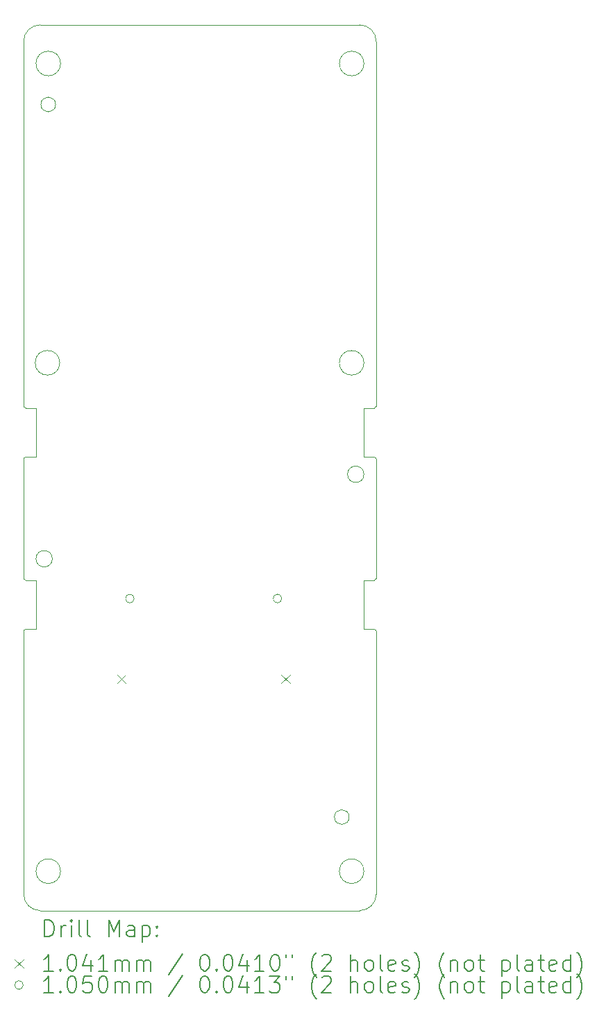
<source format=gbr>
%TF.GenerationSoftware,KiCad,Pcbnew,8.0.1*%
%TF.CreationDate,2024-04-14T23:13:40-04:00*%
%TF.ProjectId,Bird3Controller,42697264-3343-46f6-9e74-726f6c6c6572,rev?*%
%TF.SameCoordinates,Original*%
%TF.FileFunction,Drillmap*%
%TF.FilePolarity,Positive*%
%FSLAX45Y45*%
G04 Gerber Fmt 4.5, Leading zero omitted, Abs format (unit mm)*
G04 Created by KiCad (PCBNEW 8.0.1) date 2024-04-14 23:13:40*
%MOMM*%
%LPD*%
G01*
G04 APERTURE LIST*
%ADD10C,0.100000*%
%ADD11C,0.200000*%
%ADD12C,0.104140*%
%ADD13C,0.105000*%
G04 APERTURE END LIST*
D10*
X16050000Y-8845000D02*
X16050000Y-4400000D01*
X16490000Y-8320000D02*
G75*
G02*
X16190000Y-8320000I-150000J0D01*
G01*
X16190000Y-8320000D02*
G75*
G02*
X16490000Y-8320000I150000J0D01*
G01*
X20150000Y-4200000D02*
X16250000Y-4200000D01*
X20020000Y-13860000D02*
G75*
G02*
X19840000Y-13860000I-90000J0D01*
G01*
X19840000Y-13860000D02*
G75*
G02*
X20020000Y-13860000I90000J0D01*
G01*
X16050000Y-4400000D02*
G75*
G02*
X16250000Y-4200000I200000J0D01*
G01*
X16050000Y-14800000D02*
X16050000Y-11595000D01*
X20150000Y-4200000D02*
G75*
G02*
X20350000Y-4400000I0J-200000D01*
G01*
X20350000Y-11595000D02*
X20350000Y-14800000D01*
X20350000Y-4400000D02*
X20350000Y-8845000D01*
X20350000Y-14800000D02*
G75*
G02*
X20150000Y-15000000I-200000J0D01*
G01*
X16500000Y-14520000D02*
G75*
G02*
X16200000Y-14520000I-150000J0D01*
G01*
X16200000Y-14520000D02*
G75*
G02*
X16500000Y-14520000I150000J0D01*
G01*
X20150000Y-15000000D02*
X16250000Y-15000000D01*
X16440000Y-5170000D02*
G75*
G02*
X16260000Y-5170000I-90000J0D01*
G01*
X16260000Y-5170000D02*
G75*
G02*
X16440000Y-5170000I90000J0D01*
G01*
X16050000Y-10945000D02*
X16050000Y-9495000D01*
X16250000Y-15000000D02*
G75*
G02*
X16050000Y-14800000I0J200000D01*
G01*
X20200000Y-4670000D02*
G75*
G02*
X19900000Y-4670000I-150000J0D01*
G01*
X19900000Y-4670000D02*
G75*
G02*
X20200000Y-4670000I150000J0D01*
G01*
X20350000Y-9495000D02*
X20350000Y-10945000D01*
X20200000Y-14520000D02*
G75*
G02*
X19900000Y-14520000I-150000J0D01*
G01*
X19900000Y-14520000D02*
G75*
G02*
X20200000Y-14520000I150000J0D01*
G01*
X20200000Y-8320000D02*
G75*
G02*
X19900000Y-8320000I-150000J0D01*
G01*
X19900000Y-8320000D02*
G75*
G02*
X20200000Y-8320000I150000J0D01*
G01*
X16500000Y-4670000D02*
G75*
G02*
X16200000Y-4670000I-150000J0D01*
G01*
X16200000Y-4670000D02*
G75*
G02*
X16500000Y-4670000I150000J0D01*
G01*
X16075000Y-9470000D02*
X16200000Y-9470000D01*
X16075000Y-11570000D02*
X16200000Y-11570000D01*
X16200000Y-8870000D02*
X16075000Y-8870000D01*
X16200000Y-9470000D02*
X16200000Y-8870000D01*
X16200000Y-10970000D02*
X16075000Y-10970000D01*
X16200000Y-11570000D02*
X16200000Y-10970000D01*
X20200000Y-8870000D02*
X20200000Y-9470000D01*
X20200000Y-9470000D02*
X20325000Y-9470000D01*
X20200000Y-10970000D02*
X20200000Y-11570000D01*
X20200000Y-11570000D02*
X20325000Y-11570000D01*
X20325000Y-8870000D02*
X20200000Y-8870000D01*
X20325000Y-10970000D02*
X20200000Y-10970000D01*
X16050000Y-9495000D02*
G75*
G02*
X16075000Y-9470000I25000J0D01*
G01*
X16050000Y-11595000D02*
G75*
G02*
X16075000Y-11570000I25000J0D01*
G01*
X16075000Y-8870000D02*
G75*
G02*
X16050000Y-8845000I0J25000D01*
G01*
X16075000Y-10970000D02*
G75*
G02*
X16050000Y-10945000I0J25000D01*
G01*
X20325000Y-9470000D02*
G75*
G02*
X20350000Y-9495000I0J-25000D01*
G01*
X20325000Y-11570000D02*
G75*
G02*
X20350000Y-11595000I0J-25000D01*
G01*
X20350000Y-8845000D02*
G75*
G02*
X20325000Y-8870000I-25000J0D01*
G01*
X20350000Y-10945000D02*
G75*
G02*
X20325000Y-10970000I-25000J0D01*
G01*
X16400000Y-10710000D02*
G75*
G02*
X16200000Y-10710000I-100000J0D01*
G01*
X16200000Y-10710000D02*
G75*
G02*
X16400000Y-10710000I100000J0D01*
G01*
X20200000Y-9680000D02*
G75*
G02*
X20000000Y-9680000I-100000J0D01*
G01*
X20000000Y-9680000D02*
G75*
G02*
X20200000Y-9680000I100000J0D01*
G01*
D11*
D12*
X17192930Y-12124930D02*
X17297070Y-12229070D01*
X17297070Y-12124930D02*
X17192930Y-12229070D01*
X19192930Y-12124930D02*
X19297070Y-12229070D01*
X19297070Y-12124930D02*
X19192930Y-12229070D01*
D13*
X17397500Y-11195000D02*
G75*
G02*
X17292500Y-11195000I-52500J0D01*
G01*
X17292500Y-11195000D02*
G75*
G02*
X17397500Y-11195000I52500J0D01*
G01*
X19197500Y-11195000D02*
G75*
G02*
X19092500Y-11195000I-52500J0D01*
G01*
X19092500Y-11195000D02*
G75*
G02*
X19197500Y-11195000I52500J0D01*
G01*
D11*
X16305777Y-15316484D02*
X16305777Y-15116484D01*
X16305777Y-15116484D02*
X16353396Y-15116484D01*
X16353396Y-15116484D02*
X16381967Y-15126008D01*
X16381967Y-15126008D02*
X16401015Y-15145055D01*
X16401015Y-15145055D02*
X16410539Y-15164103D01*
X16410539Y-15164103D02*
X16420062Y-15202198D01*
X16420062Y-15202198D02*
X16420062Y-15230769D01*
X16420062Y-15230769D02*
X16410539Y-15268865D01*
X16410539Y-15268865D02*
X16401015Y-15287912D01*
X16401015Y-15287912D02*
X16381967Y-15306960D01*
X16381967Y-15306960D02*
X16353396Y-15316484D01*
X16353396Y-15316484D02*
X16305777Y-15316484D01*
X16505777Y-15316484D02*
X16505777Y-15183150D01*
X16505777Y-15221246D02*
X16515301Y-15202198D01*
X16515301Y-15202198D02*
X16524824Y-15192674D01*
X16524824Y-15192674D02*
X16543872Y-15183150D01*
X16543872Y-15183150D02*
X16562920Y-15183150D01*
X16629586Y-15316484D02*
X16629586Y-15183150D01*
X16629586Y-15116484D02*
X16620062Y-15126008D01*
X16620062Y-15126008D02*
X16629586Y-15135531D01*
X16629586Y-15135531D02*
X16639110Y-15126008D01*
X16639110Y-15126008D02*
X16629586Y-15116484D01*
X16629586Y-15116484D02*
X16629586Y-15135531D01*
X16753396Y-15316484D02*
X16734348Y-15306960D01*
X16734348Y-15306960D02*
X16724824Y-15287912D01*
X16724824Y-15287912D02*
X16724824Y-15116484D01*
X16858158Y-15316484D02*
X16839110Y-15306960D01*
X16839110Y-15306960D02*
X16829586Y-15287912D01*
X16829586Y-15287912D02*
X16829586Y-15116484D01*
X17086729Y-15316484D02*
X17086729Y-15116484D01*
X17086729Y-15116484D02*
X17153396Y-15259341D01*
X17153396Y-15259341D02*
X17220063Y-15116484D01*
X17220063Y-15116484D02*
X17220063Y-15316484D01*
X17401015Y-15316484D02*
X17401015Y-15211722D01*
X17401015Y-15211722D02*
X17391491Y-15192674D01*
X17391491Y-15192674D02*
X17372444Y-15183150D01*
X17372444Y-15183150D02*
X17334348Y-15183150D01*
X17334348Y-15183150D02*
X17315301Y-15192674D01*
X17401015Y-15306960D02*
X17381967Y-15316484D01*
X17381967Y-15316484D02*
X17334348Y-15316484D01*
X17334348Y-15316484D02*
X17315301Y-15306960D01*
X17315301Y-15306960D02*
X17305777Y-15287912D01*
X17305777Y-15287912D02*
X17305777Y-15268865D01*
X17305777Y-15268865D02*
X17315301Y-15249817D01*
X17315301Y-15249817D02*
X17334348Y-15240293D01*
X17334348Y-15240293D02*
X17381967Y-15240293D01*
X17381967Y-15240293D02*
X17401015Y-15230769D01*
X17496253Y-15183150D02*
X17496253Y-15383150D01*
X17496253Y-15192674D02*
X17515301Y-15183150D01*
X17515301Y-15183150D02*
X17553396Y-15183150D01*
X17553396Y-15183150D02*
X17572444Y-15192674D01*
X17572444Y-15192674D02*
X17581967Y-15202198D01*
X17581967Y-15202198D02*
X17591491Y-15221246D01*
X17591491Y-15221246D02*
X17591491Y-15278388D01*
X17591491Y-15278388D02*
X17581967Y-15297436D01*
X17581967Y-15297436D02*
X17572444Y-15306960D01*
X17572444Y-15306960D02*
X17553396Y-15316484D01*
X17553396Y-15316484D02*
X17515301Y-15316484D01*
X17515301Y-15316484D02*
X17496253Y-15306960D01*
X17677205Y-15297436D02*
X17686729Y-15306960D01*
X17686729Y-15306960D02*
X17677205Y-15316484D01*
X17677205Y-15316484D02*
X17667682Y-15306960D01*
X17667682Y-15306960D02*
X17677205Y-15297436D01*
X17677205Y-15297436D02*
X17677205Y-15316484D01*
X17677205Y-15192674D02*
X17686729Y-15202198D01*
X17686729Y-15202198D02*
X17677205Y-15211722D01*
X17677205Y-15211722D02*
X17667682Y-15202198D01*
X17667682Y-15202198D02*
X17677205Y-15192674D01*
X17677205Y-15192674D02*
X17677205Y-15211722D01*
D12*
X15940860Y-15592930D02*
X16045000Y-15697070D01*
X16045000Y-15592930D02*
X15940860Y-15697070D01*
D11*
X16410539Y-15736484D02*
X16296253Y-15736484D01*
X16353396Y-15736484D02*
X16353396Y-15536484D01*
X16353396Y-15536484D02*
X16334348Y-15565055D01*
X16334348Y-15565055D02*
X16315301Y-15584103D01*
X16315301Y-15584103D02*
X16296253Y-15593627D01*
X16496253Y-15717436D02*
X16505777Y-15726960D01*
X16505777Y-15726960D02*
X16496253Y-15736484D01*
X16496253Y-15736484D02*
X16486729Y-15726960D01*
X16486729Y-15726960D02*
X16496253Y-15717436D01*
X16496253Y-15717436D02*
X16496253Y-15736484D01*
X16629586Y-15536484D02*
X16648634Y-15536484D01*
X16648634Y-15536484D02*
X16667682Y-15546008D01*
X16667682Y-15546008D02*
X16677205Y-15555531D01*
X16677205Y-15555531D02*
X16686729Y-15574579D01*
X16686729Y-15574579D02*
X16696253Y-15612674D01*
X16696253Y-15612674D02*
X16696253Y-15660293D01*
X16696253Y-15660293D02*
X16686729Y-15698388D01*
X16686729Y-15698388D02*
X16677205Y-15717436D01*
X16677205Y-15717436D02*
X16667682Y-15726960D01*
X16667682Y-15726960D02*
X16648634Y-15736484D01*
X16648634Y-15736484D02*
X16629586Y-15736484D01*
X16629586Y-15736484D02*
X16610539Y-15726960D01*
X16610539Y-15726960D02*
X16601015Y-15717436D01*
X16601015Y-15717436D02*
X16591491Y-15698388D01*
X16591491Y-15698388D02*
X16581967Y-15660293D01*
X16581967Y-15660293D02*
X16581967Y-15612674D01*
X16581967Y-15612674D02*
X16591491Y-15574579D01*
X16591491Y-15574579D02*
X16601015Y-15555531D01*
X16601015Y-15555531D02*
X16610539Y-15546008D01*
X16610539Y-15546008D02*
X16629586Y-15536484D01*
X16867682Y-15603150D02*
X16867682Y-15736484D01*
X16820063Y-15526960D02*
X16772443Y-15669817D01*
X16772443Y-15669817D02*
X16896253Y-15669817D01*
X17077205Y-15736484D02*
X16962920Y-15736484D01*
X17020063Y-15736484D02*
X17020063Y-15536484D01*
X17020063Y-15536484D02*
X17001015Y-15565055D01*
X17001015Y-15565055D02*
X16981967Y-15584103D01*
X16981967Y-15584103D02*
X16962920Y-15593627D01*
X17162920Y-15736484D02*
X17162920Y-15603150D01*
X17162920Y-15622198D02*
X17172444Y-15612674D01*
X17172444Y-15612674D02*
X17191491Y-15603150D01*
X17191491Y-15603150D02*
X17220063Y-15603150D01*
X17220063Y-15603150D02*
X17239110Y-15612674D01*
X17239110Y-15612674D02*
X17248634Y-15631722D01*
X17248634Y-15631722D02*
X17248634Y-15736484D01*
X17248634Y-15631722D02*
X17258158Y-15612674D01*
X17258158Y-15612674D02*
X17277205Y-15603150D01*
X17277205Y-15603150D02*
X17305777Y-15603150D01*
X17305777Y-15603150D02*
X17324825Y-15612674D01*
X17324825Y-15612674D02*
X17334348Y-15631722D01*
X17334348Y-15631722D02*
X17334348Y-15736484D01*
X17429586Y-15736484D02*
X17429586Y-15603150D01*
X17429586Y-15622198D02*
X17439110Y-15612674D01*
X17439110Y-15612674D02*
X17458158Y-15603150D01*
X17458158Y-15603150D02*
X17486729Y-15603150D01*
X17486729Y-15603150D02*
X17505777Y-15612674D01*
X17505777Y-15612674D02*
X17515301Y-15631722D01*
X17515301Y-15631722D02*
X17515301Y-15736484D01*
X17515301Y-15631722D02*
X17524825Y-15612674D01*
X17524825Y-15612674D02*
X17543872Y-15603150D01*
X17543872Y-15603150D02*
X17572444Y-15603150D01*
X17572444Y-15603150D02*
X17591491Y-15612674D01*
X17591491Y-15612674D02*
X17601015Y-15631722D01*
X17601015Y-15631722D02*
X17601015Y-15736484D01*
X17991491Y-15526960D02*
X17820063Y-15784103D01*
X18248634Y-15536484D02*
X18267682Y-15536484D01*
X18267682Y-15536484D02*
X18286729Y-15546008D01*
X18286729Y-15546008D02*
X18296253Y-15555531D01*
X18296253Y-15555531D02*
X18305777Y-15574579D01*
X18305777Y-15574579D02*
X18315301Y-15612674D01*
X18315301Y-15612674D02*
X18315301Y-15660293D01*
X18315301Y-15660293D02*
X18305777Y-15698388D01*
X18305777Y-15698388D02*
X18296253Y-15717436D01*
X18296253Y-15717436D02*
X18286729Y-15726960D01*
X18286729Y-15726960D02*
X18267682Y-15736484D01*
X18267682Y-15736484D02*
X18248634Y-15736484D01*
X18248634Y-15736484D02*
X18229587Y-15726960D01*
X18229587Y-15726960D02*
X18220063Y-15717436D01*
X18220063Y-15717436D02*
X18210539Y-15698388D01*
X18210539Y-15698388D02*
X18201015Y-15660293D01*
X18201015Y-15660293D02*
X18201015Y-15612674D01*
X18201015Y-15612674D02*
X18210539Y-15574579D01*
X18210539Y-15574579D02*
X18220063Y-15555531D01*
X18220063Y-15555531D02*
X18229587Y-15546008D01*
X18229587Y-15546008D02*
X18248634Y-15536484D01*
X18401015Y-15717436D02*
X18410539Y-15726960D01*
X18410539Y-15726960D02*
X18401015Y-15736484D01*
X18401015Y-15736484D02*
X18391491Y-15726960D01*
X18391491Y-15726960D02*
X18401015Y-15717436D01*
X18401015Y-15717436D02*
X18401015Y-15736484D01*
X18534348Y-15536484D02*
X18553396Y-15536484D01*
X18553396Y-15536484D02*
X18572444Y-15546008D01*
X18572444Y-15546008D02*
X18581968Y-15555531D01*
X18581968Y-15555531D02*
X18591491Y-15574579D01*
X18591491Y-15574579D02*
X18601015Y-15612674D01*
X18601015Y-15612674D02*
X18601015Y-15660293D01*
X18601015Y-15660293D02*
X18591491Y-15698388D01*
X18591491Y-15698388D02*
X18581968Y-15717436D01*
X18581968Y-15717436D02*
X18572444Y-15726960D01*
X18572444Y-15726960D02*
X18553396Y-15736484D01*
X18553396Y-15736484D02*
X18534348Y-15736484D01*
X18534348Y-15736484D02*
X18515301Y-15726960D01*
X18515301Y-15726960D02*
X18505777Y-15717436D01*
X18505777Y-15717436D02*
X18496253Y-15698388D01*
X18496253Y-15698388D02*
X18486729Y-15660293D01*
X18486729Y-15660293D02*
X18486729Y-15612674D01*
X18486729Y-15612674D02*
X18496253Y-15574579D01*
X18496253Y-15574579D02*
X18505777Y-15555531D01*
X18505777Y-15555531D02*
X18515301Y-15546008D01*
X18515301Y-15546008D02*
X18534348Y-15536484D01*
X18772444Y-15603150D02*
X18772444Y-15736484D01*
X18724825Y-15526960D02*
X18677206Y-15669817D01*
X18677206Y-15669817D02*
X18801015Y-15669817D01*
X18981968Y-15736484D02*
X18867682Y-15736484D01*
X18924825Y-15736484D02*
X18924825Y-15536484D01*
X18924825Y-15536484D02*
X18905777Y-15565055D01*
X18905777Y-15565055D02*
X18886729Y-15584103D01*
X18886729Y-15584103D02*
X18867682Y-15593627D01*
X19105777Y-15536484D02*
X19124825Y-15536484D01*
X19124825Y-15536484D02*
X19143872Y-15546008D01*
X19143872Y-15546008D02*
X19153396Y-15555531D01*
X19153396Y-15555531D02*
X19162920Y-15574579D01*
X19162920Y-15574579D02*
X19172444Y-15612674D01*
X19172444Y-15612674D02*
X19172444Y-15660293D01*
X19172444Y-15660293D02*
X19162920Y-15698388D01*
X19162920Y-15698388D02*
X19153396Y-15717436D01*
X19153396Y-15717436D02*
X19143872Y-15726960D01*
X19143872Y-15726960D02*
X19124825Y-15736484D01*
X19124825Y-15736484D02*
X19105777Y-15736484D01*
X19105777Y-15736484D02*
X19086729Y-15726960D01*
X19086729Y-15726960D02*
X19077206Y-15717436D01*
X19077206Y-15717436D02*
X19067682Y-15698388D01*
X19067682Y-15698388D02*
X19058158Y-15660293D01*
X19058158Y-15660293D02*
X19058158Y-15612674D01*
X19058158Y-15612674D02*
X19067682Y-15574579D01*
X19067682Y-15574579D02*
X19077206Y-15555531D01*
X19077206Y-15555531D02*
X19086729Y-15546008D01*
X19086729Y-15546008D02*
X19105777Y-15536484D01*
X19248634Y-15536484D02*
X19248634Y-15574579D01*
X19324825Y-15536484D02*
X19324825Y-15574579D01*
X19620063Y-15812674D02*
X19610539Y-15803150D01*
X19610539Y-15803150D02*
X19591491Y-15774579D01*
X19591491Y-15774579D02*
X19581968Y-15755531D01*
X19581968Y-15755531D02*
X19572444Y-15726960D01*
X19572444Y-15726960D02*
X19562920Y-15679341D01*
X19562920Y-15679341D02*
X19562920Y-15641246D01*
X19562920Y-15641246D02*
X19572444Y-15593627D01*
X19572444Y-15593627D02*
X19581968Y-15565055D01*
X19581968Y-15565055D02*
X19591491Y-15546008D01*
X19591491Y-15546008D02*
X19610539Y-15517436D01*
X19610539Y-15517436D02*
X19620063Y-15507912D01*
X19686730Y-15555531D02*
X19696253Y-15546008D01*
X19696253Y-15546008D02*
X19715301Y-15536484D01*
X19715301Y-15536484D02*
X19762920Y-15536484D01*
X19762920Y-15536484D02*
X19781968Y-15546008D01*
X19781968Y-15546008D02*
X19791491Y-15555531D01*
X19791491Y-15555531D02*
X19801015Y-15574579D01*
X19801015Y-15574579D02*
X19801015Y-15593627D01*
X19801015Y-15593627D02*
X19791491Y-15622198D01*
X19791491Y-15622198D02*
X19677206Y-15736484D01*
X19677206Y-15736484D02*
X19801015Y-15736484D01*
X20039111Y-15736484D02*
X20039111Y-15536484D01*
X20124825Y-15736484D02*
X20124825Y-15631722D01*
X20124825Y-15631722D02*
X20115301Y-15612674D01*
X20115301Y-15612674D02*
X20096253Y-15603150D01*
X20096253Y-15603150D02*
X20067682Y-15603150D01*
X20067682Y-15603150D02*
X20048634Y-15612674D01*
X20048634Y-15612674D02*
X20039111Y-15622198D01*
X20248634Y-15736484D02*
X20229587Y-15726960D01*
X20229587Y-15726960D02*
X20220063Y-15717436D01*
X20220063Y-15717436D02*
X20210539Y-15698388D01*
X20210539Y-15698388D02*
X20210539Y-15641246D01*
X20210539Y-15641246D02*
X20220063Y-15622198D01*
X20220063Y-15622198D02*
X20229587Y-15612674D01*
X20229587Y-15612674D02*
X20248634Y-15603150D01*
X20248634Y-15603150D02*
X20277206Y-15603150D01*
X20277206Y-15603150D02*
X20296253Y-15612674D01*
X20296253Y-15612674D02*
X20305777Y-15622198D01*
X20305777Y-15622198D02*
X20315301Y-15641246D01*
X20315301Y-15641246D02*
X20315301Y-15698388D01*
X20315301Y-15698388D02*
X20305777Y-15717436D01*
X20305777Y-15717436D02*
X20296253Y-15726960D01*
X20296253Y-15726960D02*
X20277206Y-15736484D01*
X20277206Y-15736484D02*
X20248634Y-15736484D01*
X20429587Y-15736484D02*
X20410539Y-15726960D01*
X20410539Y-15726960D02*
X20401015Y-15707912D01*
X20401015Y-15707912D02*
X20401015Y-15536484D01*
X20581968Y-15726960D02*
X20562920Y-15736484D01*
X20562920Y-15736484D02*
X20524825Y-15736484D01*
X20524825Y-15736484D02*
X20505777Y-15726960D01*
X20505777Y-15726960D02*
X20496253Y-15707912D01*
X20496253Y-15707912D02*
X20496253Y-15631722D01*
X20496253Y-15631722D02*
X20505777Y-15612674D01*
X20505777Y-15612674D02*
X20524825Y-15603150D01*
X20524825Y-15603150D02*
X20562920Y-15603150D01*
X20562920Y-15603150D02*
X20581968Y-15612674D01*
X20581968Y-15612674D02*
X20591492Y-15631722D01*
X20591492Y-15631722D02*
X20591492Y-15650769D01*
X20591492Y-15650769D02*
X20496253Y-15669817D01*
X20667682Y-15726960D02*
X20686730Y-15736484D01*
X20686730Y-15736484D02*
X20724825Y-15736484D01*
X20724825Y-15736484D02*
X20743873Y-15726960D01*
X20743873Y-15726960D02*
X20753396Y-15707912D01*
X20753396Y-15707912D02*
X20753396Y-15698388D01*
X20753396Y-15698388D02*
X20743873Y-15679341D01*
X20743873Y-15679341D02*
X20724825Y-15669817D01*
X20724825Y-15669817D02*
X20696253Y-15669817D01*
X20696253Y-15669817D02*
X20677206Y-15660293D01*
X20677206Y-15660293D02*
X20667682Y-15641246D01*
X20667682Y-15641246D02*
X20667682Y-15631722D01*
X20667682Y-15631722D02*
X20677206Y-15612674D01*
X20677206Y-15612674D02*
X20696253Y-15603150D01*
X20696253Y-15603150D02*
X20724825Y-15603150D01*
X20724825Y-15603150D02*
X20743873Y-15612674D01*
X20820063Y-15812674D02*
X20829587Y-15803150D01*
X20829587Y-15803150D02*
X20848634Y-15774579D01*
X20848634Y-15774579D02*
X20858158Y-15755531D01*
X20858158Y-15755531D02*
X20867682Y-15726960D01*
X20867682Y-15726960D02*
X20877206Y-15679341D01*
X20877206Y-15679341D02*
X20877206Y-15641246D01*
X20877206Y-15641246D02*
X20867682Y-15593627D01*
X20867682Y-15593627D02*
X20858158Y-15565055D01*
X20858158Y-15565055D02*
X20848634Y-15546008D01*
X20848634Y-15546008D02*
X20829587Y-15517436D01*
X20829587Y-15517436D02*
X20820063Y-15507912D01*
X21181968Y-15812674D02*
X21172444Y-15803150D01*
X21172444Y-15803150D02*
X21153396Y-15774579D01*
X21153396Y-15774579D02*
X21143873Y-15755531D01*
X21143873Y-15755531D02*
X21134349Y-15726960D01*
X21134349Y-15726960D02*
X21124825Y-15679341D01*
X21124825Y-15679341D02*
X21124825Y-15641246D01*
X21124825Y-15641246D02*
X21134349Y-15593627D01*
X21134349Y-15593627D02*
X21143873Y-15565055D01*
X21143873Y-15565055D02*
X21153396Y-15546008D01*
X21153396Y-15546008D02*
X21172444Y-15517436D01*
X21172444Y-15517436D02*
X21181968Y-15507912D01*
X21258158Y-15603150D02*
X21258158Y-15736484D01*
X21258158Y-15622198D02*
X21267682Y-15612674D01*
X21267682Y-15612674D02*
X21286730Y-15603150D01*
X21286730Y-15603150D02*
X21315301Y-15603150D01*
X21315301Y-15603150D02*
X21334349Y-15612674D01*
X21334349Y-15612674D02*
X21343873Y-15631722D01*
X21343873Y-15631722D02*
X21343873Y-15736484D01*
X21467682Y-15736484D02*
X21448634Y-15726960D01*
X21448634Y-15726960D02*
X21439111Y-15717436D01*
X21439111Y-15717436D02*
X21429587Y-15698388D01*
X21429587Y-15698388D02*
X21429587Y-15641246D01*
X21429587Y-15641246D02*
X21439111Y-15622198D01*
X21439111Y-15622198D02*
X21448634Y-15612674D01*
X21448634Y-15612674D02*
X21467682Y-15603150D01*
X21467682Y-15603150D02*
X21496254Y-15603150D01*
X21496254Y-15603150D02*
X21515301Y-15612674D01*
X21515301Y-15612674D02*
X21524825Y-15622198D01*
X21524825Y-15622198D02*
X21534349Y-15641246D01*
X21534349Y-15641246D02*
X21534349Y-15698388D01*
X21534349Y-15698388D02*
X21524825Y-15717436D01*
X21524825Y-15717436D02*
X21515301Y-15726960D01*
X21515301Y-15726960D02*
X21496254Y-15736484D01*
X21496254Y-15736484D02*
X21467682Y-15736484D01*
X21591492Y-15603150D02*
X21667682Y-15603150D01*
X21620063Y-15536484D02*
X21620063Y-15707912D01*
X21620063Y-15707912D02*
X21629587Y-15726960D01*
X21629587Y-15726960D02*
X21648634Y-15736484D01*
X21648634Y-15736484D02*
X21667682Y-15736484D01*
X21886730Y-15603150D02*
X21886730Y-15803150D01*
X21886730Y-15612674D02*
X21905777Y-15603150D01*
X21905777Y-15603150D02*
X21943873Y-15603150D01*
X21943873Y-15603150D02*
X21962920Y-15612674D01*
X21962920Y-15612674D02*
X21972444Y-15622198D01*
X21972444Y-15622198D02*
X21981968Y-15641246D01*
X21981968Y-15641246D02*
X21981968Y-15698388D01*
X21981968Y-15698388D02*
X21972444Y-15717436D01*
X21972444Y-15717436D02*
X21962920Y-15726960D01*
X21962920Y-15726960D02*
X21943873Y-15736484D01*
X21943873Y-15736484D02*
X21905777Y-15736484D01*
X21905777Y-15736484D02*
X21886730Y-15726960D01*
X22096254Y-15736484D02*
X22077206Y-15726960D01*
X22077206Y-15726960D02*
X22067682Y-15707912D01*
X22067682Y-15707912D02*
X22067682Y-15536484D01*
X22258158Y-15736484D02*
X22258158Y-15631722D01*
X22258158Y-15631722D02*
X22248635Y-15612674D01*
X22248635Y-15612674D02*
X22229587Y-15603150D01*
X22229587Y-15603150D02*
X22191492Y-15603150D01*
X22191492Y-15603150D02*
X22172444Y-15612674D01*
X22258158Y-15726960D02*
X22239111Y-15736484D01*
X22239111Y-15736484D02*
X22191492Y-15736484D01*
X22191492Y-15736484D02*
X22172444Y-15726960D01*
X22172444Y-15726960D02*
X22162920Y-15707912D01*
X22162920Y-15707912D02*
X22162920Y-15688865D01*
X22162920Y-15688865D02*
X22172444Y-15669817D01*
X22172444Y-15669817D02*
X22191492Y-15660293D01*
X22191492Y-15660293D02*
X22239111Y-15660293D01*
X22239111Y-15660293D02*
X22258158Y-15650769D01*
X22324825Y-15603150D02*
X22401015Y-15603150D01*
X22353396Y-15536484D02*
X22353396Y-15707912D01*
X22353396Y-15707912D02*
X22362920Y-15726960D01*
X22362920Y-15726960D02*
X22381968Y-15736484D01*
X22381968Y-15736484D02*
X22401015Y-15736484D01*
X22543873Y-15726960D02*
X22524825Y-15736484D01*
X22524825Y-15736484D02*
X22486730Y-15736484D01*
X22486730Y-15736484D02*
X22467682Y-15726960D01*
X22467682Y-15726960D02*
X22458158Y-15707912D01*
X22458158Y-15707912D02*
X22458158Y-15631722D01*
X22458158Y-15631722D02*
X22467682Y-15612674D01*
X22467682Y-15612674D02*
X22486730Y-15603150D01*
X22486730Y-15603150D02*
X22524825Y-15603150D01*
X22524825Y-15603150D02*
X22543873Y-15612674D01*
X22543873Y-15612674D02*
X22553396Y-15631722D01*
X22553396Y-15631722D02*
X22553396Y-15650769D01*
X22553396Y-15650769D02*
X22458158Y-15669817D01*
X22724825Y-15736484D02*
X22724825Y-15536484D01*
X22724825Y-15726960D02*
X22705777Y-15736484D01*
X22705777Y-15736484D02*
X22667682Y-15736484D01*
X22667682Y-15736484D02*
X22648634Y-15726960D01*
X22648634Y-15726960D02*
X22639111Y-15717436D01*
X22639111Y-15717436D02*
X22629587Y-15698388D01*
X22629587Y-15698388D02*
X22629587Y-15641246D01*
X22629587Y-15641246D02*
X22639111Y-15622198D01*
X22639111Y-15622198D02*
X22648634Y-15612674D01*
X22648634Y-15612674D02*
X22667682Y-15603150D01*
X22667682Y-15603150D02*
X22705777Y-15603150D01*
X22705777Y-15603150D02*
X22724825Y-15612674D01*
X22801015Y-15812674D02*
X22810539Y-15803150D01*
X22810539Y-15803150D02*
X22829587Y-15774579D01*
X22829587Y-15774579D02*
X22839111Y-15755531D01*
X22839111Y-15755531D02*
X22848634Y-15726960D01*
X22848634Y-15726960D02*
X22858158Y-15679341D01*
X22858158Y-15679341D02*
X22858158Y-15641246D01*
X22858158Y-15641246D02*
X22848634Y-15593627D01*
X22848634Y-15593627D02*
X22839111Y-15565055D01*
X22839111Y-15565055D02*
X22829587Y-15546008D01*
X22829587Y-15546008D02*
X22810539Y-15517436D01*
X22810539Y-15517436D02*
X22801015Y-15507912D01*
D13*
X16045000Y-15909000D02*
G75*
G02*
X15940000Y-15909000I-52500J0D01*
G01*
X15940000Y-15909000D02*
G75*
G02*
X16045000Y-15909000I52500J0D01*
G01*
D11*
X16410539Y-16000484D02*
X16296253Y-16000484D01*
X16353396Y-16000484D02*
X16353396Y-15800484D01*
X16353396Y-15800484D02*
X16334348Y-15829055D01*
X16334348Y-15829055D02*
X16315301Y-15848103D01*
X16315301Y-15848103D02*
X16296253Y-15857627D01*
X16496253Y-15981436D02*
X16505777Y-15990960D01*
X16505777Y-15990960D02*
X16496253Y-16000484D01*
X16496253Y-16000484D02*
X16486729Y-15990960D01*
X16486729Y-15990960D02*
X16496253Y-15981436D01*
X16496253Y-15981436D02*
X16496253Y-16000484D01*
X16629586Y-15800484D02*
X16648634Y-15800484D01*
X16648634Y-15800484D02*
X16667682Y-15810008D01*
X16667682Y-15810008D02*
X16677205Y-15819531D01*
X16677205Y-15819531D02*
X16686729Y-15838579D01*
X16686729Y-15838579D02*
X16696253Y-15876674D01*
X16696253Y-15876674D02*
X16696253Y-15924293D01*
X16696253Y-15924293D02*
X16686729Y-15962388D01*
X16686729Y-15962388D02*
X16677205Y-15981436D01*
X16677205Y-15981436D02*
X16667682Y-15990960D01*
X16667682Y-15990960D02*
X16648634Y-16000484D01*
X16648634Y-16000484D02*
X16629586Y-16000484D01*
X16629586Y-16000484D02*
X16610539Y-15990960D01*
X16610539Y-15990960D02*
X16601015Y-15981436D01*
X16601015Y-15981436D02*
X16591491Y-15962388D01*
X16591491Y-15962388D02*
X16581967Y-15924293D01*
X16581967Y-15924293D02*
X16581967Y-15876674D01*
X16581967Y-15876674D02*
X16591491Y-15838579D01*
X16591491Y-15838579D02*
X16601015Y-15819531D01*
X16601015Y-15819531D02*
X16610539Y-15810008D01*
X16610539Y-15810008D02*
X16629586Y-15800484D01*
X16877205Y-15800484D02*
X16781967Y-15800484D01*
X16781967Y-15800484D02*
X16772443Y-15895722D01*
X16772443Y-15895722D02*
X16781967Y-15886198D01*
X16781967Y-15886198D02*
X16801015Y-15876674D01*
X16801015Y-15876674D02*
X16848634Y-15876674D01*
X16848634Y-15876674D02*
X16867682Y-15886198D01*
X16867682Y-15886198D02*
X16877205Y-15895722D01*
X16877205Y-15895722D02*
X16886729Y-15914769D01*
X16886729Y-15914769D02*
X16886729Y-15962388D01*
X16886729Y-15962388D02*
X16877205Y-15981436D01*
X16877205Y-15981436D02*
X16867682Y-15990960D01*
X16867682Y-15990960D02*
X16848634Y-16000484D01*
X16848634Y-16000484D02*
X16801015Y-16000484D01*
X16801015Y-16000484D02*
X16781967Y-15990960D01*
X16781967Y-15990960D02*
X16772443Y-15981436D01*
X17010539Y-15800484D02*
X17029586Y-15800484D01*
X17029586Y-15800484D02*
X17048634Y-15810008D01*
X17048634Y-15810008D02*
X17058158Y-15819531D01*
X17058158Y-15819531D02*
X17067682Y-15838579D01*
X17067682Y-15838579D02*
X17077205Y-15876674D01*
X17077205Y-15876674D02*
X17077205Y-15924293D01*
X17077205Y-15924293D02*
X17067682Y-15962388D01*
X17067682Y-15962388D02*
X17058158Y-15981436D01*
X17058158Y-15981436D02*
X17048634Y-15990960D01*
X17048634Y-15990960D02*
X17029586Y-16000484D01*
X17029586Y-16000484D02*
X17010539Y-16000484D01*
X17010539Y-16000484D02*
X16991491Y-15990960D01*
X16991491Y-15990960D02*
X16981967Y-15981436D01*
X16981967Y-15981436D02*
X16972444Y-15962388D01*
X16972444Y-15962388D02*
X16962920Y-15924293D01*
X16962920Y-15924293D02*
X16962920Y-15876674D01*
X16962920Y-15876674D02*
X16972444Y-15838579D01*
X16972444Y-15838579D02*
X16981967Y-15819531D01*
X16981967Y-15819531D02*
X16991491Y-15810008D01*
X16991491Y-15810008D02*
X17010539Y-15800484D01*
X17162920Y-16000484D02*
X17162920Y-15867150D01*
X17162920Y-15886198D02*
X17172444Y-15876674D01*
X17172444Y-15876674D02*
X17191491Y-15867150D01*
X17191491Y-15867150D02*
X17220063Y-15867150D01*
X17220063Y-15867150D02*
X17239110Y-15876674D01*
X17239110Y-15876674D02*
X17248634Y-15895722D01*
X17248634Y-15895722D02*
X17248634Y-16000484D01*
X17248634Y-15895722D02*
X17258158Y-15876674D01*
X17258158Y-15876674D02*
X17277205Y-15867150D01*
X17277205Y-15867150D02*
X17305777Y-15867150D01*
X17305777Y-15867150D02*
X17324825Y-15876674D01*
X17324825Y-15876674D02*
X17334348Y-15895722D01*
X17334348Y-15895722D02*
X17334348Y-16000484D01*
X17429586Y-16000484D02*
X17429586Y-15867150D01*
X17429586Y-15886198D02*
X17439110Y-15876674D01*
X17439110Y-15876674D02*
X17458158Y-15867150D01*
X17458158Y-15867150D02*
X17486729Y-15867150D01*
X17486729Y-15867150D02*
X17505777Y-15876674D01*
X17505777Y-15876674D02*
X17515301Y-15895722D01*
X17515301Y-15895722D02*
X17515301Y-16000484D01*
X17515301Y-15895722D02*
X17524825Y-15876674D01*
X17524825Y-15876674D02*
X17543872Y-15867150D01*
X17543872Y-15867150D02*
X17572444Y-15867150D01*
X17572444Y-15867150D02*
X17591491Y-15876674D01*
X17591491Y-15876674D02*
X17601015Y-15895722D01*
X17601015Y-15895722D02*
X17601015Y-16000484D01*
X17991491Y-15790960D02*
X17820063Y-16048103D01*
X18248634Y-15800484D02*
X18267682Y-15800484D01*
X18267682Y-15800484D02*
X18286729Y-15810008D01*
X18286729Y-15810008D02*
X18296253Y-15819531D01*
X18296253Y-15819531D02*
X18305777Y-15838579D01*
X18305777Y-15838579D02*
X18315301Y-15876674D01*
X18315301Y-15876674D02*
X18315301Y-15924293D01*
X18315301Y-15924293D02*
X18305777Y-15962388D01*
X18305777Y-15962388D02*
X18296253Y-15981436D01*
X18296253Y-15981436D02*
X18286729Y-15990960D01*
X18286729Y-15990960D02*
X18267682Y-16000484D01*
X18267682Y-16000484D02*
X18248634Y-16000484D01*
X18248634Y-16000484D02*
X18229587Y-15990960D01*
X18229587Y-15990960D02*
X18220063Y-15981436D01*
X18220063Y-15981436D02*
X18210539Y-15962388D01*
X18210539Y-15962388D02*
X18201015Y-15924293D01*
X18201015Y-15924293D02*
X18201015Y-15876674D01*
X18201015Y-15876674D02*
X18210539Y-15838579D01*
X18210539Y-15838579D02*
X18220063Y-15819531D01*
X18220063Y-15819531D02*
X18229587Y-15810008D01*
X18229587Y-15810008D02*
X18248634Y-15800484D01*
X18401015Y-15981436D02*
X18410539Y-15990960D01*
X18410539Y-15990960D02*
X18401015Y-16000484D01*
X18401015Y-16000484D02*
X18391491Y-15990960D01*
X18391491Y-15990960D02*
X18401015Y-15981436D01*
X18401015Y-15981436D02*
X18401015Y-16000484D01*
X18534348Y-15800484D02*
X18553396Y-15800484D01*
X18553396Y-15800484D02*
X18572444Y-15810008D01*
X18572444Y-15810008D02*
X18581968Y-15819531D01*
X18581968Y-15819531D02*
X18591491Y-15838579D01*
X18591491Y-15838579D02*
X18601015Y-15876674D01*
X18601015Y-15876674D02*
X18601015Y-15924293D01*
X18601015Y-15924293D02*
X18591491Y-15962388D01*
X18591491Y-15962388D02*
X18581968Y-15981436D01*
X18581968Y-15981436D02*
X18572444Y-15990960D01*
X18572444Y-15990960D02*
X18553396Y-16000484D01*
X18553396Y-16000484D02*
X18534348Y-16000484D01*
X18534348Y-16000484D02*
X18515301Y-15990960D01*
X18515301Y-15990960D02*
X18505777Y-15981436D01*
X18505777Y-15981436D02*
X18496253Y-15962388D01*
X18496253Y-15962388D02*
X18486729Y-15924293D01*
X18486729Y-15924293D02*
X18486729Y-15876674D01*
X18486729Y-15876674D02*
X18496253Y-15838579D01*
X18496253Y-15838579D02*
X18505777Y-15819531D01*
X18505777Y-15819531D02*
X18515301Y-15810008D01*
X18515301Y-15810008D02*
X18534348Y-15800484D01*
X18772444Y-15867150D02*
X18772444Y-16000484D01*
X18724825Y-15790960D02*
X18677206Y-15933817D01*
X18677206Y-15933817D02*
X18801015Y-15933817D01*
X18981968Y-16000484D02*
X18867682Y-16000484D01*
X18924825Y-16000484D02*
X18924825Y-15800484D01*
X18924825Y-15800484D02*
X18905777Y-15829055D01*
X18905777Y-15829055D02*
X18886729Y-15848103D01*
X18886729Y-15848103D02*
X18867682Y-15857627D01*
X19048634Y-15800484D02*
X19172444Y-15800484D01*
X19172444Y-15800484D02*
X19105777Y-15876674D01*
X19105777Y-15876674D02*
X19134349Y-15876674D01*
X19134349Y-15876674D02*
X19153396Y-15886198D01*
X19153396Y-15886198D02*
X19162920Y-15895722D01*
X19162920Y-15895722D02*
X19172444Y-15914769D01*
X19172444Y-15914769D02*
X19172444Y-15962388D01*
X19172444Y-15962388D02*
X19162920Y-15981436D01*
X19162920Y-15981436D02*
X19153396Y-15990960D01*
X19153396Y-15990960D02*
X19134349Y-16000484D01*
X19134349Y-16000484D02*
X19077206Y-16000484D01*
X19077206Y-16000484D02*
X19058158Y-15990960D01*
X19058158Y-15990960D02*
X19048634Y-15981436D01*
X19248634Y-15800484D02*
X19248634Y-15838579D01*
X19324825Y-15800484D02*
X19324825Y-15838579D01*
X19620063Y-16076674D02*
X19610539Y-16067150D01*
X19610539Y-16067150D02*
X19591491Y-16038579D01*
X19591491Y-16038579D02*
X19581968Y-16019531D01*
X19581968Y-16019531D02*
X19572444Y-15990960D01*
X19572444Y-15990960D02*
X19562920Y-15943341D01*
X19562920Y-15943341D02*
X19562920Y-15905246D01*
X19562920Y-15905246D02*
X19572444Y-15857627D01*
X19572444Y-15857627D02*
X19581968Y-15829055D01*
X19581968Y-15829055D02*
X19591491Y-15810008D01*
X19591491Y-15810008D02*
X19610539Y-15781436D01*
X19610539Y-15781436D02*
X19620063Y-15771912D01*
X19686730Y-15819531D02*
X19696253Y-15810008D01*
X19696253Y-15810008D02*
X19715301Y-15800484D01*
X19715301Y-15800484D02*
X19762920Y-15800484D01*
X19762920Y-15800484D02*
X19781968Y-15810008D01*
X19781968Y-15810008D02*
X19791491Y-15819531D01*
X19791491Y-15819531D02*
X19801015Y-15838579D01*
X19801015Y-15838579D02*
X19801015Y-15857627D01*
X19801015Y-15857627D02*
X19791491Y-15886198D01*
X19791491Y-15886198D02*
X19677206Y-16000484D01*
X19677206Y-16000484D02*
X19801015Y-16000484D01*
X20039111Y-16000484D02*
X20039111Y-15800484D01*
X20124825Y-16000484D02*
X20124825Y-15895722D01*
X20124825Y-15895722D02*
X20115301Y-15876674D01*
X20115301Y-15876674D02*
X20096253Y-15867150D01*
X20096253Y-15867150D02*
X20067682Y-15867150D01*
X20067682Y-15867150D02*
X20048634Y-15876674D01*
X20048634Y-15876674D02*
X20039111Y-15886198D01*
X20248634Y-16000484D02*
X20229587Y-15990960D01*
X20229587Y-15990960D02*
X20220063Y-15981436D01*
X20220063Y-15981436D02*
X20210539Y-15962388D01*
X20210539Y-15962388D02*
X20210539Y-15905246D01*
X20210539Y-15905246D02*
X20220063Y-15886198D01*
X20220063Y-15886198D02*
X20229587Y-15876674D01*
X20229587Y-15876674D02*
X20248634Y-15867150D01*
X20248634Y-15867150D02*
X20277206Y-15867150D01*
X20277206Y-15867150D02*
X20296253Y-15876674D01*
X20296253Y-15876674D02*
X20305777Y-15886198D01*
X20305777Y-15886198D02*
X20315301Y-15905246D01*
X20315301Y-15905246D02*
X20315301Y-15962388D01*
X20315301Y-15962388D02*
X20305777Y-15981436D01*
X20305777Y-15981436D02*
X20296253Y-15990960D01*
X20296253Y-15990960D02*
X20277206Y-16000484D01*
X20277206Y-16000484D02*
X20248634Y-16000484D01*
X20429587Y-16000484D02*
X20410539Y-15990960D01*
X20410539Y-15990960D02*
X20401015Y-15971912D01*
X20401015Y-15971912D02*
X20401015Y-15800484D01*
X20581968Y-15990960D02*
X20562920Y-16000484D01*
X20562920Y-16000484D02*
X20524825Y-16000484D01*
X20524825Y-16000484D02*
X20505777Y-15990960D01*
X20505777Y-15990960D02*
X20496253Y-15971912D01*
X20496253Y-15971912D02*
X20496253Y-15895722D01*
X20496253Y-15895722D02*
X20505777Y-15876674D01*
X20505777Y-15876674D02*
X20524825Y-15867150D01*
X20524825Y-15867150D02*
X20562920Y-15867150D01*
X20562920Y-15867150D02*
X20581968Y-15876674D01*
X20581968Y-15876674D02*
X20591492Y-15895722D01*
X20591492Y-15895722D02*
X20591492Y-15914769D01*
X20591492Y-15914769D02*
X20496253Y-15933817D01*
X20667682Y-15990960D02*
X20686730Y-16000484D01*
X20686730Y-16000484D02*
X20724825Y-16000484D01*
X20724825Y-16000484D02*
X20743873Y-15990960D01*
X20743873Y-15990960D02*
X20753396Y-15971912D01*
X20753396Y-15971912D02*
X20753396Y-15962388D01*
X20753396Y-15962388D02*
X20743873Y-15943341D01*
X20743873Y-15943341D02*
X20724825Y-15933817D01*
X20724825Y-15933817D02*
X20696253Y-15933817D01*
X20696253Y-15933817D02*
X20677206Y-15924293D01*
X20677206Y-15924293D02*
X20667682Y-15905246D01*
X20667682Y-15905246D02*
X20667682Y-15895722D01*
X20667682Y-15895722D02*
X20677206Y-15876674D01*
X20677206Y-15876674D02*
X20696253Y-15867150D01*
X20696253Y-15867150D02*
X20724825Y-15867150D01*
X20724825Y-15867150D02*
X20743873Y-15876674D01*
X20820063Y-16076674D02*
X20829587Y-16067150D01*
X20829587Y-16067150D02*
X20848634Y-16038579D01*
X20848634Y-16038579D02*
X20858158Y-16019531D01*
X20858158Y-16019531D02*
X20867682Y-15990960D01*
X20867682Y-15990960D02*
X20877206Y-15943341D01*
X20877206Y-15943341D02*
X20877206Y-15905246D01*
X20877206Y-15905246D02*
X20867682Y-15857627D01*
X20867682Y-15857627D02*
X20858158Y-15829055D01*
X20858158Y-15829055D02*
X20848634Y-15810008D01*
X20848634Y-15810008D02*
X20829587Y-15781436D01*
X20829587Y-15781436D02*
X20820063Y-15771912D01*
X21181968Y-16076674D02*
X21172444Y-16067150D01*
X21172444Y-16067150D02*
X21153396Y-16038579D01*
X21153396Y-16038579D02*
X21143873Y-16019531D01*
X21143873Y-16019531D02*
X21134349Y-15990960D01*
X21134349Y-15990960D02*
X21124825Y-15943341D01*
X21124825Y-15943341D02*
X21124825Y-15905246D01*
X21124825Y-15905246D02*
X21134349Y-15857627D01*
X21134349Y-15857627D02*
X21143873Y-15829055D01*
X21143873Y-15829055D02*
X21153396Y-15810008D01*
X21153396Y-15810008D02*
X21172444Y-15781436D01*
X21172444Y-15781436D02*
X21181968Y-15771912D01*
X21258158Y-15867150D02*
X21258158Y-16000484D01*
X21258158Y-15886198D02*
X21267682Y-15876674D01*
X21267682Y-15876674D02*
X21286730Y-15867150D01*
X21286730Y-15867150D02*
X21315301Y-15867150D01*
X21315301Y-15867150D02*
X21334349Y-15876674D01*
X21334349Y-15876674D02*
X21343873Y-15895722D01*
X21343873Y-15895722D02*
X21343873Y-16000484D01*
X21467682Y-16000484D02*
X21448634Y-15990960D01*
X21448634Y-15990960D02*
X21439111Y-15981436D01*
X21439111Y-15981436D02*
X21429587Y-15962388D01*
X21429587Y-15962388D02*
X21429587Y-15905246D01*
X21429587Y-15905246D02*
X21439111Y-15886198D01*
X21439111Y-15886198D02*
X21448634Y-15876674D01*
X21448634Y-15876674D02*
X21467682Y-15867150D01*
X21467682Y-15867150D02*
X21496254Y-15867150D01*
X21496254Y-15867150D02*
X21515301Y-15876674D01*
X21515301Y-15876674D02*
X21524825Y-15886198D01*
X21524825Y-15886198D02*
X21534349Y-15905246D01*
X21534349Y-15905246D02*
X21534349Y-15962388D01*
X21534349Y-15962388D02*
X21524825Y-15981436D01*
X21524825Y-15981436D02*
X21515301Y-15990960D01*
X21515301Y-15990960D02*
X21496254Y-16000484D01*
X21496254Y-16000484D02*
X21467682Y-16000484D01*
X21591492Y-15867150D02*
X21667682Y-15867150D01*
X21620063Y-15800484D02*
X21620063Y-15971912D01*
X21620063Y-15971912D02*
X21629587Y-15990960D01*
X21629587Y-15990960D02*
X21648634Y-16000484D01*
X21648634Y-16000484D02*
X21667682Y-16000484D01*
X21886730Y-15867150D02*
X21886730Y-16067150D01*
X21886730Y-15876674D02*
X21905777Y-15867150D01*
X21905777Y-15867150D02*
X21943873Y-15867150D01*
X21943873Y-15867150D02*
X21962920Y-15876674D01*
X21962920Y-15876674D02*
X21972444Y-15886198D01*
X21972444Y-15886198D02*
X21981968Y-15905246D01*
X21981968Y-15905246D02*
X21981968Y-15962388D01*
X21981968Y-15962388D02*
X21972444Y-15981436D01*
X21972444Y-15981436D02*
X21962920Y-15990960D01*
X21962920Y-15990960D02*
X21943873Y-16000484D01*
X21943873Y-16000484D02*
X21905777Y-16000484D01*
X21905777Y-16000484D02*
X21886730Y-15990960D01*
X22096254Y-16000484D02*
X22077206Y-15990960D01*
X22077206Y-15990960D02*
X22067682Y-15971912D01*
X22067682Y-15971912D02*
X22067682Y-15800484D01*
X22258158Y-16000484D02*
X22258158Y-15895722D01*
X22258158Y-15895722D02*
X22248635Y-15876674D01*
X22248635Y-15876674D02*
X22229587Y-15867150D01*
X22229587Y-15867150D02*
X22191492Y-15867150D01*
X22191492Y-15867150D02*
X22172444Y-15876674D01*
X22258158Y-15990960D02*
X22239111Y-16000484D01*
X22239111Y-16000484D02*
X22191492Y-16000484D01*
X22191492Y-16000484D02*
X22172444Y-15990960D01*
X22172444Y-15990960D02*
X22162920Y-15971912D01*
X22162920Y-15971912D02*
X22162920Y-15952865D01*
X22162920Y-15952865D02*
X22172444Y-15933817D01*
X22172444Y-15933817D02*
X22191492Y-15924293D01*
X22191492Y-15924293D02*
X22239111Y-15924293D01*
X22239111Y-15924293D02*
X22258158Y-15914769D01*
X22324825Y-15867150D02*
X22401015Y-15867150D01*
X22353396Y-15800484D02*
X22353396Y-15971912D01*
X22353396Y-15971912D02*
X22362920Y-15990960D01*
X22362920Y-15990960D02*
X22381968Y-16000484D01*
X22381968Y-16000484D02*
X22401015Y-16000484D01*
X22543873Y-15990960D02*
X22524825Y-16000484D01*
X22524825Y-16000484D02*
X22486730Y-16000484D01*
X22486730Y-16000484D02*
X22467682Y-15990960D01*
X22467682Y-15990960D02*
X22458158Y-15971912D01*
X22458158Y-15971912D02*
X22458158Y-15895722D01*
X22458158Y-15895722D02*
X22467682Y-15876674D01*
X22467682Y-15876674D02*
X22486730Y-15867150D01*
X22486730Y-15867150D02*
X22524825Y-15867150D01*
X22524825Y-15867150D02*
X22543873Y-15876674D01*
X22543873Y-15876674D02*
X22553396Y-15895722D01*
X22553396Y-15895722D02*
X22553396Y-15914769D01*
X22553396Y-15914769D02*
X22458158Y-15933817D01*
X22724825Y-16000484D02*
X22724825Y-15800484D01*
X22724825Y-15990960D02*
X22705777Y-16000484D01*
X22705777Y-16000484D02*
X22667682Y-16000484D01*
X22667682Y-16000484D02*
X22648634Y-15990960D01*
X22648634Y-15990960D02*
X22639111Y-15981436D01*
X22639111Y-15981436D02*
X22629587Y-15962388D01*
X22629587Y-15962388D02*
X22629587Y-15905246D01*
X22629587Y-15905246D02*
X22639111Y-15886198D01*
X22639111Y-15886198D02*
X22648634Y-15876674D01*
X22648634Y-15876674D02*
X22667682Y-15867150D01*
X22667682Y-15867150D02*
X22705777Y-15867150D01*
X22705777Y-15867150D02*
X22724825Y-15876674D01*
X22801015Y-16076674D02*
X22810539Y-16067150D01*
X22810539Y-16067150D02*
X22829587Y-16038579D01*
X22829587Y-16038579D02*
X22839111Y-16019531D01*
X22839111Y-16019531D02*
X22848634Y-15990960D01*
X22848634Y-15990960D02*
X22858158Y-15943341D01*
X22858158Y-15943341D02*
X22858158Y-15905246D01*
X22858158Y-15905246D02*
X22848634Y-15857627D01*
X22848634Y-15857627D02*
X22839111Y-15829055D01*
X22839111Y-15829055D02*
X22829587Y-15810008D01*
X22829587Y-15810008D02*
X22810539Y-15781436D01*
X22810539Y-15781436D02*
X22801015Y-15771912D01*
M02*

</source>
